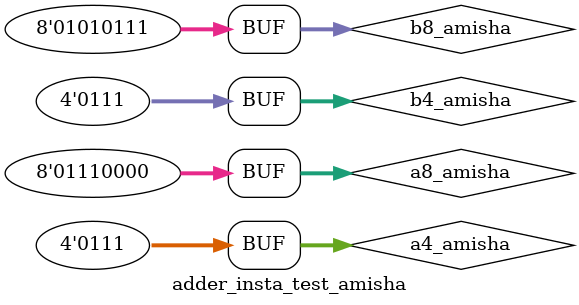
<source format=v>
`timescale 1ns / 1ps


module adder_insta_test_amisha;
	// Inputs
	reg [3:0] a4_amisha;
	reg [3:0] b4_amisha;
	reg [7:0] a8_amisha;
	reg [7:0] b8_amisha;
	// Outputs
	wire [3:0] sum4_amisha;
	wire c4_amisha;
	wire [7:0] sum8_amisha;
	wire c8_amisha;
	// Instantiate the Unit Under Test (UUT)
	adder_insta_Amisha uut (
		.a4_amisha(a4_amisha), 
		.b4_amisha(b4_amisha), 
		.sum4_amisha(sum4_amisha), 
		.c4_amisha(c4_amisha), 
		.a8_amisha(a8_amisha), 
		.b8_amisha(b8_amisha), 
		.sum8_amisha(sum8_amisha), 
		.c8_amisha(c8_amisha)
	);
	initial begin
		// Initialize Inputs
		a4_amisha = 0000;
		b4_amisha = 0111;
		a8_amisha = 10110011;
		b8_amisha = 00000000;
		#200;
		a4_amisha = 0100;
		b4_amisha = 1100;
		a8_amisha = 01001100;
		b8_amisha = 10100100;
		#200;
		a4_amisha = 1101;
		b4_amisha = 0111;
		a8_amisha = 10111000;
		b8_amisha = 00101011;
		#200;
		a4_amisha = 0101;
		b4_amisha = 1001;
		a8_amisha = 11000011;
		b8_amisha = 11000011;
		#200;
		a4_amisha = 1111;
		b4_amisha = 1111;
		a8_amisha = 11110000;
		b8_amisha = 00001111;
		#100;
	end
      
endmodule


</source>
